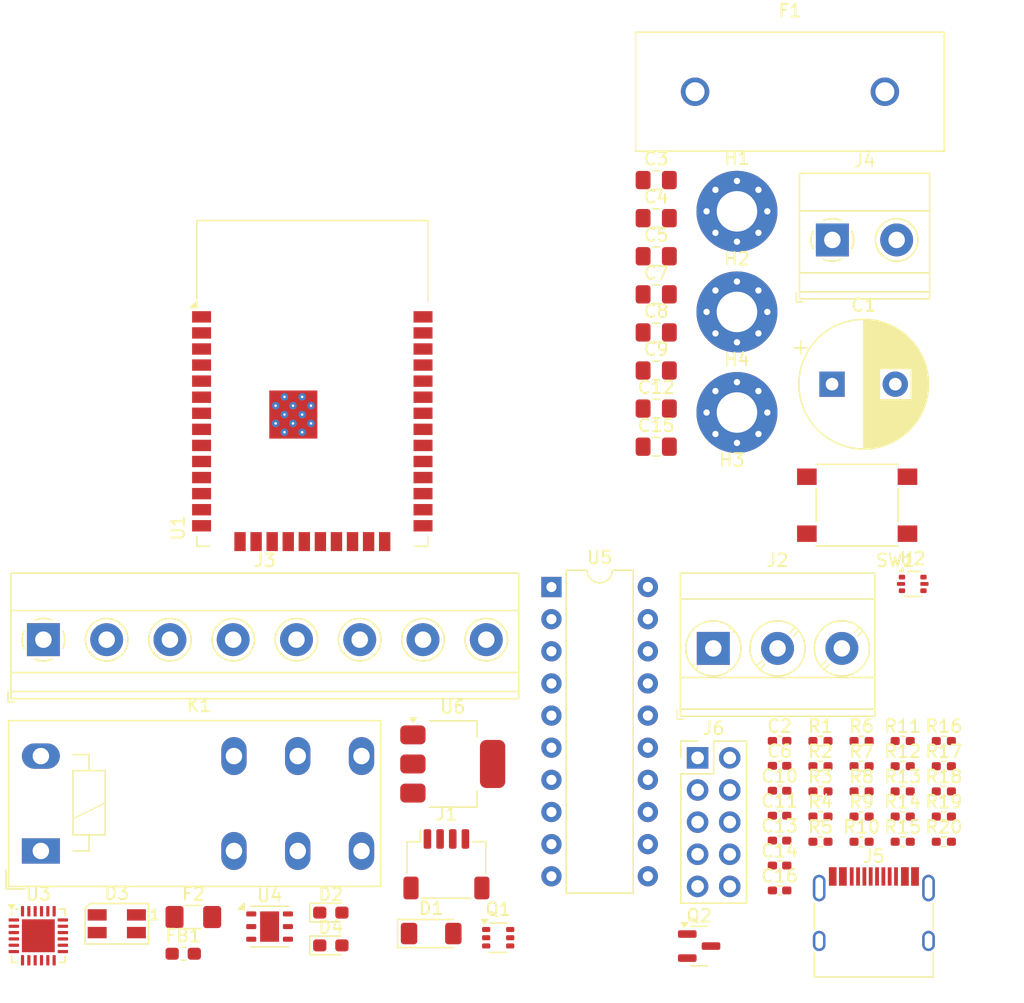
<source format=kicad_pcb>
(kicad_pcb (version 20240108) (generator "pcbnew") (generator_version "8.0")
  (layers (0 "F.Cu" signal) (31 "B.Cu" signal) (34 "B.Paste" user) (35 "F.Paste" user) (36 "B.SilkS" user "B.Silkscreen") (37 "F.SilkS" user "F.Silkscreen") (38 "B.Mask" user) (39 "F.Mask" user) (44 "Edge.Cuts" user))
  (net 0 "")
  (net 1 "Net-(J4-Pin_1)")
  (net 2 "GND")
  (net 3 "+3.3VA")
  (net 4 "Net-(U3-VPP)")
  (net 5 "+3.3V")
  (net 6 "/SW")
  (net 7 "/EN")
  (net 8 "Net-(D1-A)")
  (net 9 "Net-(D2-A)")
  (net 10 "Net-(D3-RK)")
  (net 11 "Net-(D3-GK)")
  (net 12 "Net-(D3-BK)")
  (net 13 "Net-(D4-A)")
  (net 15 "Net-(J3-Pin_1)")
  (net 16 "Net-(F2-Pad1)")
  (net 17 "+5VP")
  (net 18 "/SCL")
  (net 19 "/SDA")
  (net 20 "Net-(J2-Pin_2)")
  (net 21 "Net-(J2-Pin_1)")
  (net 22 "Net-(J2-Pin_3)")
  (net 23 "Net-(J3-Pin_5)")
  (net 24 "Net-(J3-Pin_3)")
  (net 25 "Net-(J3-Pin_4)")
  (net 26 "Net-(J3-Pin_6)")
  (net 27 "Net-(J5-D+-PadA6)")
  (net 28 "Net-(J5-CC1)")
  (net 29 "Net-(J5-D--PadA7)")
  (net 30 "Net-(J5-CC2)")
  (net 33 "/GPIO35")
  (net 34 "/GPIO27")
  (net 35 "/GPIO32")
  (net 36 "/GPIO26")
  (net 37 "/GPIO33")
  (net 38 "/GPIO34")
  (net 39 "/DTR")
  (net 40 "/IO0")
  (net 41 "/RTS")
  (net 42 "Net-(Q2-B)")
  (net 43 "Net-(U3-~{RST})")
  (net 44 "Net-(U3-TXD)")
  (net 45 "/RX")
  (net 46 "/TX")
  (net 47 "Net-(U3-RXD)")
  (net 48 "/LED_R")
  (net 49 "/LED_G")
  (net 50 "/LED_B")
  (net 51 "/RELAY")
  (net 52 "Net-(U5-B0)")
  (net 53 "Net-(U5-B1)")
  (net 54 "Net-(U5-B2)")
  (net 55 "Net-(U5-B3)")
  (net 63 "/LEDSTR4")
  (net 66 "/LEDSTR2")
  (net 68 "/LEDSTR3")
  (net 69 "/LEDSTR1")
  (net 73 "Net-(U3-D+)")
  (net 74 "Net-(U3-D-)")
  (footprint "MountingHole:MountingHole_3.2mm_M3_Pad_Via" (layer "F.Cu") (at 161.86 59.84)
    (property "Reference" "H1" (at 0 -4.2 0) (layer "F.SilkS"))
    (property "Value" "Hole_Pad")
    (pad "1" thru_hole circle (at -2.4 0) (size 0.8 0.8) (drill 0.5) (layers "*.Cu" "*.Mask") (net 2 "GND"))
    (pad "1" thru_hole circle (at -1.697056 -1.697056) (size 0.8 0.8) (drill 0.5) (layers "*.Cu" "*.Mask") (net 2 "GND"))
    (pad "1" thru_hole circle (at -1.697056 1.697056) (size 0.8 0.8) (drill 0.5) (layers "*.Cu" "*.Mask") (net 2 "GND"))
    (pad "1" thru_hole circle (at 0 -2.4) (size 0.8 0.8) (drill 0.5) (layers "*.Cu" "*.Mask") (net 2 "GND"))
    (pad "1" thru_hole circle (at 0 0) (size 6.4 6.4) (drill 3.2) (layers "*.Cu" "*.Mask") (net 2 "GND"))
    (pad "1" thru_hole circle (at 0 2.4) (size 0.8 0.8) (drill 0.5) (layers "*.Cu" "*.Mask") (net 2 "GND"))
    (pad "1" thru_hole circle (at 1.697056 -1.697056) (size 0.8 0.8) (drill 0.5) (layers "*.Cu" "*.Mask") (net 2 "GND"))
    (pad "1" thru_hole circle (at 1.697056 1.697056) (size 0.8 0.8) (drill 0.5) (layers "*.Cu" "*.Mask") (net 2 "GND"))
    (pad "1" thru_hole circle (at 2.4 0) (size 0.8 0.8) (drill 0.5) (layers "*.Cu" "*.Mask") (net 2 "GND"))
  )
  (footprint "Resistor_SMD:R_0402_1005Metric_Pad0.72x0.64mm_HandSolder" (layer "F.Cu") (at 174.96 105.68)
    (property "Reference" "R13" (at 0 -1.17 0) (layer "F.SilkS"))
    (property "Value" "4K7")
    (pad "1" smd roundrect (at -0.5975 0) (size 0.715 0.64) (layers "F.Cu" "F.Paste" "F.Mask") (net 5 "+3.3V"))
    (pad "2" smd roundrect (at 0.5975 0) (size 0.715 0.64) (layers "F.Cu" "F.Paste" "F.Mask") (net 18 "/SCL"))
  )
  (footprint "Resistor_SMD:R_0402_1005Metric_Pad0.72x0.64mm_HandSolder" (layer "F.Cu") (at 178.21 103.69)
    (property "Reference" "R17" (at 0 -1.17 0) (layer "F.SilkS"))
    (property "Value" "22R")
    (pad "1" smd roundrect (at -0.5975 0) (size 0.715 0.64) (layers "F.Cu" "F.Paste" "F.Mask") (net 52 "Net-(U5-B0)"))
    (pad "2" smd roundrect (at 0.5975 0) (size 0.715 0.64) (layers "F.Cu" "F.Paste" "F.Mask") (net 24 "Net-(J3-Pin_3)"))
  )
  (footprint "Fuse:Fuse_1206_3216Metric_Pad1.42x1.75mm_HandSolder" (layer "F.Cu") (at 118.9 115.61)
    (property "Reference" "F2" (at 0 -1.82 0) (layer "F.SilkS"))
    (property "Value" "Polyfuse 1A")
    (pad "1" smd roundrect (at -1.4875 0) (size 1.425 1.75) (layers "F.Cu" "F.Paste" "F.Mask") (roundrect_rratio 0.175439) (net 16 "Net-(F2-Pad1)"))
    (pad "2" smd roundrect (at 1.4875 0) (size 1.425 1.75) (layers "F.Cu" "F.Paste" "F.Mask") (roundrect_rratio 0.175439) (net 3 "+3.3VA"))
  )
  (footprint "Resistor_SMD:R_0402_1005Metric_Pad0.72x0.64mm_HandSolder" (layer "F.Cu") (at 168.46 103.69)
    (property "Reference" "R2" (at 0 -1.17 0) (layer "F.SilkS"))
    (property "Value" "5K1")
    (pad "1" smd roundrect (at -0.5975 0) (size 0.715 0.64) (layers "F.Cu" "F.Paste" "F.Mask") (net 28 "Net-(J5-CC1)"))
    (pad "2" smd roundrect (at 0.5975 0) (size 0.715 0.64) (layers "F.Cu" "F.Paste" "F.Mask") (net 2 "GND"))
  )
  (footprint "Capacitor_SMD:C_0402_1005Metric_Pad0.74x0.62mm_HandSolder" (layer "F.Cu") (at 165.23 113.51)
    (property "Reference" "C16" (at 0 -1.16 0) (layer "F.SilkS"))
    (property "Value" "100n")
    (pad "1" smd roundrect (at -0.5675 0) (size 0.735 0.62) (layers "F.Cu" "F.Paste" "F.Mask") (net 5 "+3.3V"))
    (pad "2" smd roundrect (at 0.5675 0) (size 0.735 0.62) (layers "F.Cu" "F.Paste" "F.Mask") (net 2 "GND"))
  )
  (footprint "Resistor_SMD:R_0402_1005Metric_Pad0.72x0.64mm_HandSolder" (layer "F.Cu") (at 178.21 101.7)
    (property "Reference" "R16" (at 0 -1.17 0) (layer "F.SilkS"))
    (property "Value" "1K")
    (pad "1" smd roundrect (at -0.5975 0) (size 0.715 0.64) (layers "F.Cu" "F.Paste" "F.Mask") (net 3 "+3.3VA"))
    (pad "2" smd roundrect (at 0.5975 0) (size 0.715 0.64) (layers "F.Cu" "F.Paste" "F.Mask") (net 9 "Net-(D2-A)"))
  )
  (footprint "Capacitor_SMD:C_0805_2012Metric_Pad1.18x1.45mm_HandSolder" (layer "F.Cu") (at 155.48 72.42)
    (property "Reference" "C9" (at 0 -1.68 0) (layer "F.SilkS"))
    (property "Value" "22u")
    (pad "1" smd roundrect (at -1.0375 0) (size 1.175 1.45) (layers "F.Cu" "F.Paste" "F.Mask") (roundrect_rratio 0.212766) (net 5 "+3.3V"))
    (pad "2" smd roundrect (at 1.0375 0) (size 1.175 1.45) (layers "F.Cu" "F.Paste" "F.Mask") (roundrect_rratio 0.212766) (net 2 "GND"))
  )
  (footprint "Resistor_SMD:R_0402_1005Metric_Pad0.72x0.64mm_HandSolder" (layer "F.Cu") (at 171.71 105.68)
    (property "Reference" "R8" (at 0 -1.17 0) (layer "F.SilkS"))
    (property "Value" "1K")
    (pad "1" smd roundrect (at -0.5975 0) (size 0.715 0.64) (layers "F.Cu" "F.Paste" "F.Mask") (net 48 "/LED_R"))
    (pad "2" smd roundrect (at 0.5975 0) (size 0.715 0.64) (layers "F.Cu" "F.Paste" "F.Mask") (net 10 "Net-(D3-RK)"))
  )
  (footprint "Diode_SMD:D_MiniMELF" (layer "F.Cu") (at 137.695 116.915)
    (property "Reference" "D1" (at 0 -2 0) (layer "F.SilkS"))
    (property "Value" "LL4148")
    (pad "1" smd roundrect (at -1.75 0) (size 1.3 1.7) (layers "F.Cu" "F.Paste" "F.Mask") (roundrect_rratio 0.1923076923) (net 3 "+3.3VA"))
    (pad "2" smd roundrect (at 1.75 0) (size 1.3 1.7) (layers "F.Cu" "F.Paste" "F.Mask") (roundrect_rratio 0.1923076923) (net 8 "Net-(D1-A)"))
  )
  (footprint "LED_SMD:LED_0603_1608Metric_Pad1.05x0.95mm_HandSolder" (layer "F.Cu") (at 129.765 117.85)
    (property "Reference" "D4" (at 0 -1.43 0) (layer "F.SilkS"))
    (property "Value" "GREEN")
    (pad "1" smd roundrect (at -0.875 0) (size 1.05 0.95) (layers "F.Cu" "F.Paste" "F.Mask"))
    (pad "2" smd roundrect (at 0.875 0) (size 1.05 0.95) (layers "F.Cu" "F.Paste" "F.Mask") (net 13 "Net-(D4-A)"))
  )
  (footprint "iot-thing_Library_11:FUSE_696105003002" (layer "F.Cu") (at 166.05 50.39)
    (property "Reference" "F1" (at 0 -6.4 0) (layer "F.SilkS") (effects (font (size 1.004717 1.004717))))
    (property "Value" "Fuse")
    (pad "" np_thru_hole circle (at 0 0) (size 2.6 2.6) (drill 2.6) (layers "*.Cu" "*.Mask"))
    (pad "1" thru_hole circle (at -7.5 0) (size 2.25 2.25) (drill 1.5) (layers "*.Cu" "*.Mask") (net 1 "Net-(J4-Pin_1)"))
    (pad "2" thru_hole circle (at 7.5 0) (size 2.25 2.25) (drill 1.5) (layers "*.Cu" "*.Mask") (net 15 "Net-(J3-Pin_1)"))
  )
  (footprint "Resistor_SMD:R_0402_1005Metric_Pad0.72x0.64mm_HandSolder" (layer "F.Cu") (at 178.21 105.68)
    (property "Reference" "R18" (at 0 -1.17 0) (layer "F.SilkS"))
    (property "Value" "22R")
    (pad "1" smd roundrect (at -0.5975 0) (size 0.715 0.64) (layers "F.Cu" "F.Paste" "F.Mask") (net 53 "Net-(U5-B1)"))
    (pad "2" smd roundrect (at 0.5975 0) (size 0.715 0.64) (layers "F.Cu" "F.Paste" "F.Mask") (net 25 "Net-(J3-Pin_4)"))
  )
  (footprint "Capacitor_SMD:C_0805_2012Metric_Pad1.18x1.45mm_HandSolder" (layer "F.Cu") (at 155.48 78.44)
    (property "Reference" "C15" (at 0 -1.68 0) (layer "F.SilkS"))
    (property "Value" "22u")
    (pad "1" smd roundrect (at -1.0375 0) (size 1.175 1.45) (layers "F.Cu" "F.Paste" "F.Mask") (roundrect_rratio 0.212766) (net 5 "+3.3V"))
    (pad "2" smd roundrect (at 1.0375 0) (size 1.175 1.45) (layers "F.Cu" "F.Paste" "F.Mask") (roundrect_rratio 0.212766) (net 2 "GND"))
  )
  (footprint "Capacitor_SMD:C_0402_1005Metric_Pad0.74x0.62mm_HandSolder" (layer "F.Cu") (at 165.23 105.63)
    (property "Reference" "C10" (at 0 -1.16 0) (layer "F.SilkS"))
    (property "Value" "100n")
    (pad "1" smd roundrect (at -0.5675 0) (size 0.735 0.62) (layers "F.Cu" "F.Paste" "F.Mask") (net 6 "/SW"))
    (pad "2" smd roundrect (at 0.5675 0) (size 0.735 0.62) (layers "F.Cu" "F.Paste" "F.Mask") (net 2 "GND"))
  )
  (footprint "Resistor_SMD:R_0402_1005Metric_Pad0.72x0.64mm_HandSolder" (layer "F.Cu") (at 174.96 107.67)
    (property "Reference" "R14" (at 0 -1.17 0) (layer "F.SilkS"))
    (property "Value" "10K")
    (pad "1" smd roundrect (at -0.5975 0) (size 0.715 0.64) (layers "F.Cu" "F.Paste" "F.Mask") (net 42 "Net-(Q2-B)"))
    (pad "2" smd roundrect (at 0.5975 0) (size 0.715 0.64) (layers "F.Cu" "F.Paste" "F.Mask") (net 2 "GND"))
  )
  (footprint "Resistor_SMD:R_0402_1005Metric_Pad0.72x0.64mm_HandSolder" (layer "F.Cu") (at 171.71 109.66)
    (property "Reference" "R10" (at 0 -1.17 0) (layer "F.SilkS"))
    (property "Value" "1K")
    (pad "1" smd roundrect (at -0.5975 0) (size 0.715 0.64) (layers "F.Cu" "F.Paste" "F.Mask") (net 50 "/LED_B"))
    (pad "2" smd roundrect (at 0.5975 0) (size 0.715 0.64) (layers "F.Cu" "F.Paste" "F.Mask") (net 12 "Net-(D3-BK)"))
  )
  (footprint "TerminalBlock_Phoenix:TerminalBlock_Phoenix_MKDS-1,5-2-5.08_1x02_P5.08mm_Horizontal" (layer "F.Cu") (at 169.4 62.1)
    (property "Reference" "J4" (at 2.54 -6.26 0) (layer "F.SilkS"))
    (property "Value" "Screw_Terminal_01x02")
    (pad "1" thru_hole rect (at 0 0) (size 2.6 2.6) (drill 1.3) (layers "*.Cu" "*.Mask") (net 1 "Net-(J4-Pin_1)"))
    (pad "2" thru_hole circle (at 5.08 0) (size 2.6 2.6) (drill 1.3) (layers "*.Cu" "*.Mask") (net 2 "GND"))
  )
  (footprint "Capacitor_SMD:C_0402_1005Metric_Pad0.74x0.62mm_HandSolder" (layer "F.Cu") (at 165.23 101.69)
    (property "Reference" "C2" (at 0 -1.16 0) (layer "F.SilkS"))
    (property "Value" "100n")
    (pad "1" smd roundrect (at -0.5675 0) (size 0.735 0.62) (layers "F.Cu" "F.Paste" "F.Mask") (net 3 "+3.3VA"))
    (pad "2" smd roundrect (at 0.5675 0) (size 0.735 0.62) (layers "F.Cu" "F.Paste" "F.Mask") (net 2 "GND"))
  )
  (footprint "Resistor_SMD:R_0402_1005Metric_Pad0.72x0.64mm_HandSolder" (layer "F.Cu") (at 178.21 107.67)
    (property "Reference" "R19" (at 0 -1.17 0) (layer "F.SilkS"))
    (property "Value" "22R")
    (pad "1" smd roundrect (at -0.5975 0) (size 0.715 0.64) (layers "F.Cu" "F.Paste" "F.Mask") (net 54 "Net-(U5-B2)"))
    (pad "2" smd roundrect (at 0.5975 0) (size 0.715 0.64) (layers "F.Cu" "F.Paste" "F.Mask") (net 23 "Net-(J3-Pin_5)"))
  )
  (footprint "Capacitor_SMD:C_0805_2012Metric_Pad1.18x1.45mm_HandSolder" (layer "F.Cu") (at 155.48 66.4)
    (property "Reference" "C7" (at 0 -1.68 0) (layer "F.SilkS"))
    (property "Value" "4.7u")
    (pad "1" smd roundrect (at -1.0375 0) (size 1.175 1.45) (layers "F.Cu" "F.Paste" "F.Mask") (roundrect_rratio 0.212766) (net 4 "Net-(U3-VPP)"))
    (pad "2" smd roundrect (at 1.0375 0) (size 1.175 1.45) (layers "F.Cu" "F.Paste" "F.Mask") (roundrect_rratio 0.212766) (net 2 "GND"))
  )
  (footprint "Package_TO_SOT_SMD:SOT-223-3_TabPin2" (layer "F.Cu") (at 139.4 103.515)
    (property "Reference" "U6" (at 0 -4.5 0) (layer "F.SilkS"))
    (property "Value" "TLV1117LV-3.3")
    (pad "1" smd roundrect (at -3.15 -2.3) (size 2 1.5) (layers "F.Cu" "F.Paste" "F.Mask") (net 2 "GND"))
    (pad "2" smd roundrect (at -3.15 0) (size 2 1.5) (layers "F.Cu" "F.Paste" "F.Mask") (net 5 "+3.3V"))
    (pad "2" smd roundrect (at 3.15 0) (size 2 3.8) (layers "F.Cu" "F.Paste" "F.Mask") (net 5 "+3.3V"))
    (pad "3" smd roundrect (at -3.15 2.3) (size 2 1.5) (layers "F.Cu" "F.Paste" "F.Mask") (net 3 "+3.3VA"))
  )
  (footprint "Resistor_SMD:R_0402_1005Metric_Pad0.72x0.64mm_HandSolder" (layer "F.Cu") (at 171.71 107.67)
    (property "Reference" "R9" (at 0 -1.17 0) (layer "F.SilkS"))
    (property "Value" "1K")
    (pad "1" smd roundrect (at -0.5975 0) (size 0.715 0.64) (layers "F.Cu" "F.Paste" "F.Mask") (net 49 "/LED_G"))
    (pad "2" smd roundrect (at 0.5975 0) (size 0.715 0.64) (layers "F.Cu" "F.Paste" "F.Mask") (net 11 "Net-(D3-GK)"))
  )
  (footprint "Resistor_SMD:R_0402_1005Metric_Pad0.72x0.64mm_HandSolder" (layer "F.Cu") (at 174.96 101.7)
    (property "Reference" "R11" (at 0 -1.17 0) (layer "F.SilkS"))
    (property "Value" "10K")
    (pad "1" smd roundrect (at -0.5975 0) (size 0.715 0.64) (layers "F.Cu" "F.Paste" "F.Mask") (net 5 "+3.3V"))
    (pad "2" smd roundrect (at 0.5975 0) (size 0.715 0.64) (layers "F.Cu" "F.Paste" "F.Mask") (net 7 "/EN"))
  )
  (footprint "MountingHole:MountingHole_3.2mm_M3_DIN965" (layer "F.Cu") (at 161.46 83.29)
    (property "Reference" "H3" (at 0 -3.8 0) (layer "F.SilkS"))
    (property "Value" "Hole_Pad")
    (pad "" np_thru_hole circle (at 0 0) (size 3.2 3.2) (drill 3.2) (layers "*.Cu" "*.Mask"))
  )
  (footprint "Connector_PinHeader_2.54mm:PinHeader_2x05_P2.54mm_Vertical" (layer "F.Cu") (at 158.75 103.03)
    (property "Reference" "J6" (at 1.27 -2.33 0) (layer "F.SilkS"))
    (property "Value" "Conn_02x05_Odd_Even")
    (pad "1" thru_hole rect (at 0 0) (size 1.7 1.7) (drill 1) (layers "*.Cu" "*.Mask") (net 5 "+3.3V"))
    (pad "2" thru_hole oval (at 2.54 0) (size 1.7 1.7) (drill 1) (layers "*.Cu" "*.Mask") (net 5 "+3.3V"))
    (pad "3" thru_hole oval (at 0 2.54) (size 1.7 1.7) (drill 1) (layers "*.Cu" "*.Mask") (net 36 "/GPIO26"))
    (pad "4" thru_hole oval (at 2.54 2.54) (size 1.7 1.7) (drill 1) (layers "*.Cu" "*.Mask") (net 37 "/GPIO33"))
    (pad "5" thru_hole oval (at 0 5.08) (size 1.7 1.7) (drill 1) (layers "*.Cu" "*.Mask") (net 34 "/GPIO27"))
    (pad "6" thru_hole oval (at 2.54 5.08) (size 1.7 1.7) (drill 1) (layers "*.Cu" "*.Mask") (net 38 "/GPIO34"))
    (pad "7" thru_hole oval (at 0 7.62) (size 1.7 1.7) (drill 1) (layers "*.Cu" "*.Mask") (net 35 "/GPIO32"))
    (pad "8" thru_hole oval (at 2.54 7.62) (size 1.7 1.7) (drill 1) (layers "*.Cu" "*.Mask") (net 33 "/GPIO35"))
    (pad "9" thru_hole oval (at 0 10.16) (size 1.7 1.7) (drill 1) (layers "*.Cu" "*.Mask") (net 2 "GND"))
    (pad "10" thru_hole oval (at 2.54 10.16) (size 1.7 1.7) (drill 1) (layers "*.Cu" "*.Mask") (net 2 "GND"))
  )
  (footprint "Resistor_SMD:R_0402_1005Metric_Pad0.72x0.64mm_HandSolder" (layer "F.Cu") (at 174.96 103.69)
    (property "Reference" "R12" (at 0 -1.17 0) (layer "F.SilkS"))
    (property "Value" "4K7")
    (pad "1" smd roundrect (at -0.5975 0) (size 0.715 0.64) (layers "F.Cu" "F.Paste" "F.Mask") (net 5 "+3.3V"))
    (pad "2" smd roundrect (at 0.5975 0) (size 0.715 0.64) (layers "F.Cu" "F.Paste" "F.Mask") (net 19 "/SDA"))
  )
  (footprint "Relay_THT:Relay_SPDT_Schrack-RT1-16A-FormC_RM5mm" (layer "F.Cu") (at 106.85 110.39)
    (property "Reference" "K1" (at 12.5 -11.5 0) (layer "F.SilkS"))
    (property "Value" "RT314A05")
    (pad "11" thru_hole oval (at 20.3 -7.5 180) (size 2 3) (drill 1.3) (layers "*.Cu" "*.Mask") (net 20 "Net-(J2-Pin_2)"))
    (pad "11" thru_hole oval (at 20.3 0 180) (size 2 3) (drill 1.3) (layers "*.Cu" "*.Mask") (net 20 "Net-(J2-Pin_2)"))
    (pad "12" thru_hole oval (at 15.26 -7.5 180) (size 2 3) (drill 1.3) (layers "*.Cu" "*.Mask") (net 21 "Net-(J2-Pin_1)"))
    (pad "12" thru_hole oval (at 15.26 0 180) (size 2 3) (drill 1.3) (layers "*.Cu" "*.Mask") (net 21 "Net-(J2-Pin_1)"))
    (pad "14" thru_hole oval (at 25.34 -7.5 180) (size 2 3) (drill 1.3) (layers "*.Cu" "*.Mask") (net 22 "Net-(J2-Pin_3)"))
    (pad "14" thru_hole oval (at 25.34 0 180) (size 2 3) (drill 1.3) (layers "*.Cu" "*.Mask") (net 22 "Net-(J2-Pin_3)"))
    (pad "A1" thru_hole rect (at 0 0 180) (size 3 2) (drill 1.3) (layers "*.Cu" "*.Mask") (net 3 "+3.3VA"))
    (pad "A2" thru_hole oval (at 0 -7.5 180) (size 3 2) (drill 1.3) (layers "*.Cu" "*.Mask") (net 8 "Net-(D1-A)"))
  )
  (footprint "iot-thing_Library_11:SW_Push_1P1T_NO_6x6mm_H9.5mm" (layer "F.Cu") (at 171.36 83.065)
    (property "Reference" "SW1" (at 3.006 4.364 180) (layer "F.SilkS"))
    (property "Value" "SW_SPST")
    (pad "1" smd rect (at -3.975 -2.25) (size 1.55 1.3) (layers "F.Cu" "F.Paste" "F.Mask") (net 2 "GND"))
    (pad "1" smd rect (at 3.975 -2.25) (size 1.55 1.3) (layers "F.Cu" "F.Paste" "F.Mask") (net 2 "GND"))
    (pad "2" smd rect (at -3.975 2.25) (size 1.55 1.3) (layers "F.Cu" "F.Paste" "F.Mask") (net 6 "/SW"))
    (pad "2" smd rect (at 3.975 2.25) (size 1.55 1.3) (layers "F.Cu" "F.Paste" "F.Mask") (net 6 "/SW"))
  )
  (footprint "Capacitor_SMD:C_0805_2012Metric_Pad1.18x1.45mm_HandSolder" (layer "F.Cu") (at 155.48 75.43)
    (property "Reference" "C12" (at 0 -1.68 0) (layer "F.SilkS"))
    (property "Value" "22u")
    (pad "1" smd roundrect (at -1.0375 0) (size 1.175 1.45) (layers "F.Cu" "F.Paste" "F.Mask") (roundrect_rratio 0.212766) (net 5 "+3.3V"))
    (pad "2" smd roundrect (at 1.0375 0) (size 1.175 1.45) (layers "F.Cu" "F.Paste" "F.Mask") (roundrect_rratio 0.212766) (net 2 "GND"))
  )
  (footprint "Capacitor_SMD:C_0402_1005Metric_Pad0.74x0.62mm_HandSolder" (layer "F.Cu") (at 165.23 111.54)
    (property "Reference" "C14" (at 0 -1.16 0) (layer "F.SilkS"))
    (property "Value" "100n")
    (pad "1" smd roundrect (at -0.5675 0) (size 0.735 0.62) (layers "F.Cu" "F.Paste" "F.Mask") (net 3 "+3.3VA"))
    (pad "2" smd roundrect (at 0.5675 0) (size 0.735 0.62) (layers "F.Cu" "F.Paste" "F.Mask") (net 2 "GND"))
  )
  (footprint "Inductor_SMD:L_0603_1608Metric_Pad1.05x0.95mm_HandSolder" (layer "F.Cu") (at 118.1 118.51)
    (property "Reference" "FB1" (at 0 -1.43 0) (layer "F.SilkS"))
    (property "Value" "BLM21PG221")
    (pad "1" smd roundrect (at -0.875 0) (size 1.05 0.95) (layers "F.Cu" "F.Paste" "F.Mask") (net 17 "+5VP"))
    (pad "2" smd roundrect (at 0.875 0) (size 1.05 0.95) (layers "F.Cu" "F.Paste" "F.Mask") (net 16 "Net-(F2-Pad1)"))
  )
  (footprint "TerminalBlock_Phoenix:TerminalBlock_Phoenix_MKDS-1,5-8_1x08_P5.00mm_Horizontal" (layer "F.Cu") (at 107.05 93.69)
    (property "Reference" "J3" (at 17.5 -6.26 0) (layer "F.SilkS"))
    (property "Value" "Screw_Terminal_01x08")
    (pad "1" thru_hole rect (at 0 0) (size 2.6 2.6) (drill 1.3) (layers "*.Cu" "*.Mask") (net 15 "Net-(J3-Pin_1)"))
    (pad "2" thru_hole circle (at 5 0) (size 2.6 2.6) (drill 1.3) (layers "*.Cu" "*.Mask") (net 15 "Net-(J3-Pin_1)"))
    (pad "3" thru_hole circle (at 10 0) (size 2.6 2.6) (drill 1.3) (layers "*.Cu" "*.Mask") (net 24 "Net-(J3-Pin_3)"))
    (pad "4" thru_hole circle (at 15 0) (size 2.6 2.6) (drill 1.3) (layers "*.Cu" "*.Mask") (net 25 "Net-(J3-Pin_4)"))
    (pad "5" thru_hole circle (at 20 0) (size 2.6 2.6) (drill 1.3) (layers "*.Cu" "*.Mask") (net 23 "Net-(J3-Pin_5)"))
    (pad "6" thru_hole circle (at 25 0) (size 2.6 2.6) (drill 1.3) (layers "*.Cu" "*.Mask") (net 26 "Net-(J3-Pin_6)"))
    (pad "7" thru_hole circle (at 30 0) (size 2.6 2.6) (drill 1.3) (layers "*.Cu" "*.Mask") (net 2 "GND"))
    (pad "8" thru_hole circle (at 35 0) (size 2.6 2.6) (drill 1.3) (layers "*.Cu" "*.Mask") (net 2 "GND"))
  )
  (footprint "Resistor_SMD:R_0402_1005Metric_Pad0.72x0.64mm_HandSolder" (layer "F.Cu") (at 168.46 107.67)
    (property "Reference" "R4" (at 0 -1.17 0) (layer "F.SilkS"))
    (property "Value" "22R")
    (pad "1" smd roundrect (at -0.5975 0) (size 0.715 0.64) (layers "F.Cu" "F.Paste" "F.Mask") (net 44 "Net-(U3-TXD)"))
    (pad "2" smd roundrect (at 0.5975 0) (size 0.715 0.64) (layers "F.Cu" "F.Paste" "F.Mask") (net 45 "/RX"))
  )
  (footprint "Package_DFN_QFN:DFN-6-1EP_3x3mm_P1mm_EP1.5x2.4mm" (layer "F.Cu") (at 124.925 116.365)
    (property "Reference" "U4" (at 0 -2.45 0) (layer "F.SilkS"))
    (property "Value" "Si7021-A20")
    (pad "1" smd roundrect (at -1.45 -1) (size 0.8 0.4) (layers "F.Cu" "F.Paste" "F.Mask") (net 19 "/SDA"))
    (pad "2" smd roundrect (at -1.45 0) (size 0.8 0.4) (layers "F.Cu" "F.Paste" "F.Mask") (net 2 "GND"))
    (pad "3" smd roundrect (at -1.45 1) (size 0.8 0.4) (layers "F.Cu" "F.Paste" "F.Mask"))
    (pad "4" smd roundrect (at 1.45 1) (size 0.8 0.4) (layers "F.Cu" "F.Paste" "F.Mask"))
    (pad "5" smd roundrect (at 1.45 0) (size 0.8 0.4) (layers "F.Cu" "F.Paste" "F.Mask") (net 5 "+3.3V"))
    (pad "6" smd roundrect (at 1.45 -1) (size 0.8 0.4) (layers "F.Cu" "F.Paste" "F.Mask") (net 18 "/SCL"))
    (pad "7" smd rect (at 0 0) (size 1.5 2.4) (property pad_prop_heatsink) (layers "F.Cu" "F.Mask") (net 2 "GND"))
  )
  (footprint "Capacitor_SMD:C_0402_1005Metric_Pad0.74x0.62mm_HandSolder" (layer "F.Cu") (at 165.23 103.66)
    (property "Reference" "C6" (at 0 -1.16 0) (layer "F.SilkS"))
    (property "Value" "100n")
    (pad "1" smd roundrect (at -0.5675 0) (size 0.735 0.62) (layers "F.Cu" "F.Paste" "F.Mask") (net 3 "+3.3VA"))
    (pad "2" smd roundrect (at 0.5675 0) (size 0.735 0.62) (layers "F.Cu" "F.Paste" "F.Mask") (net 2 "GND"))
  )
  (footprint "Capacitor_SMD:C_0402_1005Metric_Pad0.74x0.62mm_HandSolder" (layer "F.Cu") (at 165.23 107.6)
    (property "Reference" "C11" (at 0 -1.16 0) (layer "F.SilkS"))
    (property "Value" "100n")
    (pad "1" smd roundrect (at -0.5675 0) (size 0.735 0.62) (layers "F.Cu" "F.Paste" "F.Mask") (net 7 "/EN"))
    (pad "2" smd roundrect (at 0.5675 0) (size 0.735 0.62) (layers "F.Cu" "F.Paste" "F.Mask") (net 2 "GND"))
  )
  (footprint "Package_TO_SOT_SMD:SOT-23" (layer "F.Cu") (at 158.87 117.905)
    (property "Reference" "Q2" (at 0 -2.4 0) (layer "F.SilkS"))
    (property "Value" "BC817")
    (pad "1" smd roundrect (at -0.9375 -0.95) (size 1.475 0.6) (layers "F.Cu" "F.Paste" "F.Mask") (net 42 "Net-(Q2-B)"))
    (pad "2" smd roundrect (at -0.9375 0.95) (size 1.475 0.6) (layers "F.Cu" "F.Paste" "F.Mask") (net 2 "GND"))
    (pad "3" smd roundrect (at 0.9375 0) (size 1.475 0.6) (layers "F.Cu" "F.Paste" "F.Mask") (net 8 "Net-(D1-A)"))
  )
  (footprint "Resistor_SMD:R_0402_1005Metric_Pad0.72x0.64mm_HandSolder" (layer "F.Cu") (at 178.21 109.66)
    (property "Reference" "R20" (at 0 -1.17 0) (layer "F.SilkS"))
    (property "Value" "22R")
    (pad "1" smd roundrect (at -0.5975 0) (size 0.715 0.64) (layers "F.Cu" "F.Paste" "F.Mask") (net 55 "Net-(U5-B3)"))
    (pad "2" smd roundrect (at 0.5975 0) (size 0.715 0.64) (layers "F.Cu" "F.Paste" "F.Mask") (net 26 "Net-(J3-Pin_6)"))
  )
  (footprint "Connector_JST:JST_SH_SM04B-SRSS-TB_1x04-1MP_P1.00mm_Horizontal" (layer "F.Cu") (at 138.9 111.44)
    (property "Reference" "J1" (at 0 -3.98 0) (layer "F.SilkS"))
    (property "Value" "Conn_01x04")
    (pad "1" smd roundrect (at -1.5 -2) (size 0.6 1.55) (layers "F.Cu" "F.Paste" "F.Mask") (net 2 "GND"))
    (pad "2" smd roundrect (at -0.5 -2) (size 0.6 1.55) (layers "F.Cu" "F.Paste" "F.Mask") (net 5 "+3.3V"))
    (pad "3" smd roundrect (at 0.5 -2) (size 0.6 1.55) (layers "F.Cu" "F.Paste" "F.Mask") (net 19 "/SDA"))
    (pad "4" smd roundrect (at 1.5 -2) (size 0.6 1.55) (layers "F.Cu" "F.Paste" "F.Mask") (net 18 "/SCL"))
    (pad "MP" smd roundrect (at -2.8 1.875) (size 1.2 1.8) (layers "F.Cu" "F.Paste" "F.Mask") (roundrect_rratio 0.208333))
    (pad "MP" smd roundrect (at 2.8 1.875) (size 1.2 1.8) (layers "F.Cu" "F.Paste" "F.Mask") (roundrect_rratio 0.208333))
  )
  (footprint "LED_SMD:LED_0603_1608Metric_Pad1.05x0.95mm_HandSolder" (layer "F.Cu") (at 129.765 115.26)
    (property "Reference" "D2" (at 0 -1.43 0) (layer "F.SilkS"))
    (property "Value" "YELLOW")
    (pad "1" smd roundrect (at -0.875 0) (size 1.05 0.95) (layers "F.Cu" "F.Paste" "F.Mask") (net 8 "Net-(D1-A)"))
    (pad "2" smd roundrect (at 0.875 0) (size 1.05 0.95) (layers "F.Cu" "F.Paste" "F.Mask") (net 9 "Net-(D2-A)"))
  )
  (footprint "LED_SMD:LED_RGB_Wuerth-PLCC4_3.2x2.8mm_150141M173100" (layer "F.Cu") (at 112.85 116.14)
    (property "Reference" "D3" (at 0 -2.4 0) (layer "F.SilkS"))
    (property "Value" "LED_RGBA")
    (fp_text user "1" (at 3 -0.7 0) (layer "F.SilkS") (effects (font (size 0.8 0.8))))
    (pad "1" smd rect (at 1.55 -0.7) (size 1.5 0.9) (layers "F.Cu" "F.Paste" "F.Mask") (net 10 "Net-(D3-RK)"))
    (pad "2" smd rect (at 1.55 0.7) (size 1.5 0.9) (layers "F.Cu" "F.Paste" "F.Mask") (net 11 "Net-(D3-GK)"))
    (pad "3" smd rect (at -1.55 -0.7) (size 1.5 0.9) (layers "F.Cu" "F.Paste" "F.Mask") (net 12 "Net-(D3-BK)"))
    (pad "4" smd rect (at -1.55 0.7) (size 1.5 0.9) (layers "F.Cu" "F.Paste" "F.Mask") (net 5 "+3.3V"))
  )
  (footprint "MountingHole:MountingHole_3.2mm_M3_Pad_Via" (layer "F.Cu") (at 161.86 75.74)
    (property "Reference" "H4" (at 0 -4.2 0) (layer "F.SilkS"))
    (property "Value" "Hole_Pad")
    (pad "1" thru_hole circle (at -2.4 0) (size 0.8 0.8) (drill 0.5) (layers "*.Cu" "*.Mask") (net 2 "GND"))
    (pad "1" thru_hole circle (at -1.697056 -1.697056) (size 0.8 0.8) (drill 0.5) (layers "*.Cu" "*.Mask") (net 2 "GND"))
    (pad "1" thru_hole circle (at -1.697056 1.697056) (size 0.8 0.8) (drill 0.5) (layers "*.Cu" "*.Mask") (net 2 "GND"))
    (pad "1" thru_hole circle (at 0 -2.4) (size 0.8 0.8) (drill 0.5) (layers "*.Cu" "*.Mask") (net 2 "GND"))
    (pad "1" thru_hole circle (at 0 0) (size 6.4 6.4) (drill 3.2) (layers "*.Cu" "*.Mask") (net 2 "GND"))
    (pad "1" thru_hole circle (at 0 2.4) (size 0.8 0.8) (drill 0.5) (layers "*.Cu" "*.Mask") (net 2 "GND"))
    (pad "1" thru_hole circle (at 1.697056 -1.697056) (size 0.8 0.8) (drill 0.5) (layers "*.Cu" "*.Mask") (net 2 "GND"))
    (pad "1" thru_hole circle (at 1.697056 1.697056) (size 0.8 0.8) (drill 0.5) (layers "*.Cu" "*.Mask") (net 2 "GND"))
    (pad "1" thru_hole circle (at 2.4 0) (size 0.8 0.8) (drill 0.5) (layers "*.Cu" "*.Mask") (net 2 "GND"))
  )
  (footprint "Resistor_SMD:R_0402_1005Metric_Pad0.72x0.64mm_HandSolder" (layer "F.Cu") (at 168.46 101.7)
    (property "Reference" "R1" (at 0 -1.17 0) (layer "F.SilkS"))
    (property "Value" "5K1")
    (pad "1" smd roundrect (at -0.5975 0) (size 0.715 0.64) (layers "F.Cu" "F.Paste" "F.Mask") (net 30 "Net-(J5-CC2)"))
    (pad "2" smd roundrect (at 0.5975 0) (size 0.715 0.64) (layers "F.Cu" "F.Paste" "F.Mask") (net 2 "GND"))
  )
  (footprint "Capacitor_SMD:C_0805_2012Metric_Pad1.18x1.45mm_HandSolder" (layer "F.Cu") (at 155.48 60.38)
    (property "Reference" "C4" (at 0 -1.68 0) (layer "F.SilkS"))
    (property "Value" "22u")
    (pad "1" smd roundrect (at -1.0375 0) (size 1.175 1.45) (layers "F.Cu" "F.Paste" "F.Mask") (roundrect_rratio 0.212766) (net 3 "+3.3VA"))
    (pad "2" smd roundrect (at 1.0375 0) (size 1.175 1.45) (layers "F.Cu" "F.Paste" "F.Mask") (roundrect_rratio 0.212766) (net 2 "GND"))
  )
  (footprint "Capacitor_SMD:C_0805_2012Metric_Pad1.18x1.45mm_HandSolder" (layer "F.Cu") (at 155.48 63.39)
    (property "Reference" "C5" (at 0 -1.68 0) (layer "F.SilkS"))
    (property "Value" "22u")
    (pad "1" smd roundrect (at -1.0375 0) (size 1.175 1.45) (layers "F.Cu" "F.Paste" "F.Mask") (roundrect_rratio 0.212766) (net 3 "+3.3VA"))
    (pad "2" smd roundrect (at 1.0375 0) (size 1.175 1.45) (layers "F.Cu" "F.Paste" "F.Mask") (roundrect_rratio 0.212766) (net 2 "GND"))
  )
  (footprint "Connector_USB:USB_C_Receptacle_HRO_TYPE-C-31-M-12" (layer "F.Cu") (at 172.68 116.45)
    (property "Reference" "J5" (at 0 -5.645 0) (layer "F.SilkS"))
    (property "Value" "USB_C_Receptacle_USB2.0_16P")
    (pad "" np_thru_hole circle (at -2.89 -2.6) (size 0.65 0.65) (drill 0.65) (layers "*.Cu" "*.Mask"))
    (pad "" np_thru_hole circle (at 2.89 -2.6) (size 0.65 0.65) (drill 0.65) (layers "*.Cu" "*.Mask"))
    (pad "A1" smd rect (at -3.25 -4.045) (size 0.6 1.45) (layers "F.Cu" "F.Paste" "F.Mask") (net 2 "GND"))
    (pad "A4" smd rect (at -2.45 -4.045) (size 0.6 1.45) (layers "F.Cu" "F.Paste" "F.Mask") (net 17 "+5VP"))
    (pad "A5" smd rect (at -1.25 -4.045) (size 0.3 1.45) (layers "F.Cu" "F.Paste" "F.Mask") (net 28 "Net-(J5-CC1)"))
    (pad "A6" smd rect (at -0.25 -4.045) (size 0.3 1.45) (layers "F.Cu" "F.Paste" "F.Mask") (net 27 "Net-(J5-D+-PadA6)"))
    (pad "A7" smd rect (at 0.25 -4.045) (size 0.3 1.45) (layers "F.Cu" "F.Paste" "F.Mask") (net 29 "Net-(J5-D--PadA7)"))
    (pad "A8" smd rect (at 1.25 -4.045) (size 0.3 1.45) (layers "F.Cu" "F.Paste" "F.Mask"))
    (pad "A9" smd rect (at 2.45 -4.045) (size 0.6 1.45) (layers "F.Cu" "F.Paste" "F.Mask") (net 17 "+5VP"))
    (pad "A12" smd rect (at 3.25 -4.045) (size 0.6 1.45) (layers "F.Cu" "F.Paste" "F.Mask") (net 2 "GND"))
    (pad "B1" smd rect (at 3.25 -4.045) (size 0.6 1.45) (layers "F.Cu" "F.Paste" "F.Mask") (net 2 "GND"))
    (pad "B4" smd rect (at 2.45 -4.045) (size 0.6 1.45) (layers "F.Cu" "F.Paste" "F.Mask") (net 17 "+5VP"))
    (pad "B5" smd rect (at 1.75 -4.045) (size 0.3 1.45) (layers "F.Cu" "F.Paste" "F.Mask") (net 30 "Net-(J5-CC2)"))
    (pad "B6" smd rect (at 0.75 -4.045) (size 0.3 1.45) (layers "F.Cu" "F.Paste" "F.Mask") (net 27 "Net-(J5-D+-PadA6)"))
    (pad "B7" smd rect (at -0.75 -4.045) (size 0.3 1.45) (layers "F.Cu" "F.Paste" "F.Mask") (net 29 "Net-(J5-D--PadA7)"))
    (pad "B8" smd rect (at -1.75 -4.045) (size 0.3 1.45) (layers "F.Cu" "F.Paste" "F.Mask"))
    (pad "B9" smd rect (at -2.45 -4.045) (size 0.6 1.45) (layers "F.Cu" "F.Paste" "F.Mask") (net 17 "+5VP"))
    (pad "B12" smd rect (at -3.25 -4.045) (size 0.6 1.45) (layers "F.Cu" "F.Paste" "F.Mask") (net 2 "GND"))
    (pad "S1" thru_hole oval (at -4.32 -3.13) (size 1 2.1) (drill oval 0.6 1.7) (property pad_prop_heatsink) (layers "*.Cu" "*.Mask") (net 2 "GND"))
    (pad "S1" thru_hole oval (at -4.32 1.05) (size 1 1.6) (drill oval 0.6 1.2) (property pad_prop_heatsink) (layers "*.Cu" "*.Mask") (net 2 "GND"))
    (pad "S1" thru_hole oval (at 4.32 -3.13) (size 1 2.1) (drill oval 0.6 1.7) (property pad_prop_heatsink) (layers "*.Cu" "*.Mask") (net 2 "GND"))
    (pad "S1" thru_hole oval (at 4.32 1.05) (size 1 1.6) (drill oval 0.6 1.2) (property pad_prop_heatsink) (layers "*.Cu" "*.Mask") (net 2 "GND"))
  )
  (footprint "Package_TO_SOT_SMD:SOT-363_SC-70-6" (layer "F.Cu") (at 142.99 117.245)
    (property "Reference" "Q1" (at 0 -2.25 0) (layer "F.SilkS"))
    (property "Value" "UMH3N")
    (pad "1" smd roundrect (at -0.95 -0.65) (size 0.65 0.4) (layers "F.Cu" "F.Paste" "F.Mask") (net 39 "/DTR"))
    (pad "2" smd roundrect (at -0.95 0) (size 0.65 0.4) (layers "F.Cu" "F.Paste" "F.Mask") (net 41 "/RTS"))
    (pad "3" smd roundrect (at -0.95 0.65) (size 0.65 0.4) (layers "F.Cu" "F.Paste" "F.Mask") (net 41 "/RTS"))
    (pad "4" smd roundrect (at 0.95 0.65) (size 0.65 0.4) (layers "F.Cu" "F.Paste" "F.Mask") (net 7 "/EN"))
    (pad "5" smd roundrect (at 0.95 0) (size 0.65 0.4) (layers "F.Cu" "F.Paste" "F.Mask") (net 39 "/DTR"))
    (pad "6" smd roundrect (at 0.95 -0.65) (size 0.65 0.4) (layers "F.Cu" "F.Paste" "F.Mask") (net 40 "/IO0"))
  )
  (footprint "Capacitor_SMD:C_0805_2012Metric_Pad1.18x1.45mm_HandSolder" (layer "F.Cu") (at 155.48 57.37)
    (property "Reference" "C3" (at 0 -1.68 0) (layer "F.SilkS"))
    (property "Value" "4.7u")
    (pad "1" smd roundrect (at -1.0375 0) (size 1.175 1.45) (layers "F.Cu" "F.Paste" "F.Mask") (roundrect_rratio 0.212766) (net 3 "+3.3VA"))
    (pad "2" smd roundrect (at 1.0375 0) (size 1.175 1.45) (layers "F.Cu" "F.Paste" "F.Mask") (roundrect_rratio 0.212766) (net 2 "GND"))
  )
  (footprint "Package_DIP:DIP-20_W7.62mm" (layer "F.Cu") (at 147.2 89.53)
    (property "Reference" "U5" (at 3.81 -2.33 0) (layer "F.SilkS"))
    (property "Value" "74AHCT245")
    (pad "1" thru_hole rect (at 0 0) (size 1.6 1.6) (drill 0.8) (layers "*.Cu" "*.Mask") (net 3 "+3.3VA"))
    (pad "2" thru_hole oval (at 0 2.54) (size 1.6 1.6) (drill 0.8) (layers "*.Cu" "*.Mask") (net 69 "/LEDSTR1"))
    (pad "3" thru_hole oval (at 0 5.08) (size 1.6 1.6) (drill 0.8) (layers "*.Cu" "*.Mask") (net 66 "/LEDSTR2"))
    (pad "4" thru_hole oval (at 0 7.62) (size 1.6 1.6) (drill 0.8) (layers "*.Cu" "*.Mask") (net 68 "/LEDSTR3"))
    (pad "5" thru_hole oval (at 0 10.16) (size 1.6 1.6) (drill 0.8) (layers "*.Cu" "*.Mask") (net 63 "/LEDSTR4"))
    (pad "6" thru_hole oval (at 0 12.7) (size 1.6 1.6) (drill 0.8) (layers "*.Cu" "*.Mask") (net 2 "GND"))
    (pad "7" thru_hole oval (at 0 15.24) (size 1.6 1.6) (drill 0.8) (layers "*.Cu" "*.Mask") (net 2 "GND"))
    (pad "8" thru_hole oval (at 0 17.78) (size 1.6 1.6) (drill 0.8) (layers "*.Cu" "*.Mask") (net 2 "GND"))
    (pad "9" thru_hole oval (at 0 20.32) (size 1.6 1.6) (drill 0.8) (layers "*.Cu" "*.Mask") (net 2 "GND"))
    (pad "10" thru_hole oval (at 0 22.86) (size 1.6 1.6) (drill 0.8) (layers "*.Cu" "*.Mask") (net 2 "GND"))
    (pad "11" thru_hole oval (at 7.62 22.86) (size 1.6 1.6) (drill 0.8) (layers "*.Cu" "*.Mask"))
    (pad "12" thru_hole oval (at 7.62 20.32) (size 1.6 1.6) (drill 0.8) (layers "*.Cu" "*.Mask"))
    (pad "13" thru_hole oval (at 7.62 17.78) (size 1.6 1.6) (drill 0.8) (layers "*.Cu" "*.Mask"))
    (pad "14" thru_hole oval (at 7.62 15.24) (size 1.6 1.6) (drill 0.8) (layers "*.Cu" "*.Mask"))
    (pad "15" thru_hole oval (at 7.62 12.7) (size 1.6 1.6) (drill 0.8) (layers "*.Cu" "*.Mask") (net 55 "Net-(U5-B3)"))
    (pad "16" thru_hole oval (at 7.62 10.16) (size 1.6 1.6) (drill 0.8) (layers "*.Cu" "*.Mask") (net 54 "Net-(U5-B2)"))
    (pad "17" thru_hole oval (at 7.62 7.62) (size 1.6 1.6) (drill 0.8) (layers "*.Cu" "*.Mask") (net 53 "Net-(U5-B1)"))
    (pad "18" thru_hole oval (at 7.62 5.08) (size 1.6 1.6) (drill 0.8) (layers "*.Cu" "*.Mask") (net 52 "Net-(U5-B0)"))
    (pad "19" thru_hole oval (at 7.62 2.54) (size 1.6 1.6) (drill 0.8) (layers "*.Cu" "*.Mask") (net 2 "GND"))
    (pad "20" thru_hole oval (at 7.62 0) (size 1.6 1.6) (drill 0.8) (layers "*.Cu" "*.Mask") (net 3 "+3.3VA"))
  )
  (footprint "Capacitor_SMD:C_0805_2012Metric_Pad1.18x1.45mm_HandSolder" (layer "F.Cu") (at 155.48 69.41)
    (property "Reference" "C8" (at 0 -1.68 0) (layer "F.SilkS"))
    (property "Value" "22u")
    (pad "1" smd roundrect (at -1.0375 0) (size 1.175 1.45) (layers "F.Cu" "F.Paste" "F.Mask") (roundrect_rratio 0.212766) (net 3 "+3.3VA"))
    (pad "2" smd roundrect (at 1.0375 0) (size 1.175 1.45) (layers "F.Cu" "F.Paste" "F.Mask") (roundrect_rratio 0.212766) (net 2 "GND"))
  )
  (footprint "Resistor_SMD:R_0402_1005Metric_Pad0.72x0.64mm_HandSolder" (layer "F.Cu") (at 168.46 105.68)
    (property "Reference" "R3" (at 0 -1.17 0) (layer "F.SilkS"))
    (property "Value" "10K")
    (pad "1" smd roundrect (at -0.5975 0) (size 0.715 0.64) (layers "F.Cu" "F.Paste" "F.Mask") (net 3 "+3.3VA"))
    (pad "2" smd roundrect (at 0.5975 0) (size 0.715 0.64) (layers "F.Cu" "F.Paste" "F.Mask") (net 43 "Net-(U3-~{RST})"))
  )
  (footprint "TerminalBlock_Phoenix:TerminalBlock_Phoenix_MKDS-3-3-5.08_1x03_P5.08mm_Horizontal" (layer "F.Cu") (at 159.99 94.38)
    (property "Reference" "J2" (at 5.08 -6.96 0) (layer "F.SilkS"))
    (property "Value" "Screw_Terminal_01x03")
    (pad "1" thru_hole rect (at 0 0) (size 2.6 2.6) (drill 1.3) (layers "*.Cu" "*.Mask") (net 21 "Net-(J2-Pin_1)"))
    (pad "2" thru_hole circle (at 5.08 0) (size 2.6 2.6) (drill 1.3) (layers "*.Cu" "*.Mask") (net 20 "Net-(J2-Pin_2)"))
    (pad "3" thru_hole circle (at 10.16 0) (size 2.6 2.6) (drill 1.3) (layers "*.Cu" "*.Mask") (net 22 "Net-(J2-Pin_3)"))
  )
  (footprint "Package_TO_SOT_SMD:SOT-666" (layer "F.Cu") (at 175.75 89.285)
    (property "Reference" "U2" (at 0 -2 0) (layer "F.SilkS"))
    (property "Value" "USBLC6-2P6")
    (pad "1" smd roundrect (at -0.85 -0.5375) (size 0.5 0.375) (layers "F.Cu" "F.Paste" "F.Mask") (net 27 "Net-(J5-D+-PadA6)"))
    (pad "2" smd roundrect (at -0.925 0) (size 0.65 0.3) (layers "F.Cu" "F.Paste" "F.Mask") (net 2 "GND"))
    (pad "3" smd roundrect (at -0.85 0.5375) (size 0.5 0.375) (layers "F.Cu" "F.Paste" "F.Mask") (net 29 "Net-(J5-D--PadA7)"))
    (pad "4" smd roundrect (at 0.85 0.5375) (size 0.5 0.375) (layers "F.Cu" "F.Paste" "F.Mask") (net 74 "Net-(U3-D-)"))
    (pad "5" smd roundrect (at 0.925 0) (size 0.65 0.3) (layers "F.Cu" "F.Paste" "F.Mask") (net 3 "+3.3VA"))
    (pad "6" smd roundrect (at 0.85 -0.5375) (size 0.5 0.375) (layers "F.Cu" "F.Paste" "F.Mask") (net 73 "Net-(U3-D+)"))
  )
  (footprint "RF_Module:ESP32-WROOM-32D" (layer "F.Cu") (at 128.3 76.43)
    (property "Reference" "U1" (at -10.61 8.43 90) (layer "F.SilkS"))
    (property "Value" "ESP32-WROOM-32D")
    (pad "1" smd rect (at -8.75 -8.25) (size 1.5 0.9) (layers "F.Cu" "F.Paste" "F.Mask") (net 2 "GND"))
    (pad "2" smd rect (at -8.75 -6.98) (size 1.5 0.9) (layers "F.Cu" "F.Paste" "F.Mask") (net 5 "+3.3V"))
    (pad "3" smd rect (at -8.75 -5.71) (size 1.5 0.9) (layers "F.Cu" "F.Paste" "F.Mask") (net 7 "/EN"))
    (pad "4" smd rect (at -8.75 -4.44) (size 1.5 0.9) (layers "F.Cu" "F.Paste" "F.Mask"))
    (pad "5" smd rect (at -8.75 -3.17) (size 1.5 0.9) (layers "F.Cu" "F.Paste" "F.Mask"))
    (pad "6" smd rect (at -8.75 -1.9) (size 1.5 0.9) (layers "F.Cu" "F.Paste" "F.Mask") (net 38 "/GPIO34"))
    (pad "7" smd rect (at -8.75 -0.63) (size 1.5 0.9) (layers "F.Cu" "F.Paste" "F.Mask") (net 33 "/GPIO35"))
    (pad "8" smd rect (at -8.75 0.64) (size 1.5 0.9) (layers "F.Cu" "F.Paste" "F.Mask") (net 35 "/GPIO32"))
    (pad "9" smd rect (at -8.75 1.91) (size 1.5 0.9) (layers "F.Cu" "F.Paste" "F.Mask") (net 37 "/GPIO33"))
    (pad "10" smd rect (at -8.75 3.18) (size 1.5 0.9) (layers "F.Cu" "F.Paste" "F.Mask") (net 51 "/RELAY"))
    (pad "11" smd rect (at -8.75 4.45) (size 1.5 0.9) (layers "F.Cu" "F.Paste" "F.Mask") (net 36 "/GPIO26"))
    (pad "12" smd rect (at -8.75 5.72) (size 1.5 0.9) (layers "F.Cu" "F.Paste" "F.Mask") (net 34 "/GPIO27"))
    (pad "13" smd rect (at -8.75 6.99) (size 1.5 0.9) (layers "F.Cu" "F.Paste" "F.Mask") (net 50 "/LED_B"))
    (pad "14" smd rect (at -8.75 8.26) (size 1.5 0.9) (layers "F.Cu" "F.Paste" "F.Mask"))
    (pad "15" smd rect (at -5.71 9.51 90) (size 1.5 0.9) (layers "F.Cu" "F.Paste" "F.Mask") (net 2 "GND"))
    (pad "16" smd rect (at -4.44 9.51 90) (size 1.5 0.9) (layers "F.Cu" "F.Paste" "F.Mask") (net 48 "/LED_R"))
    (pad "17" smd rect (at -3.17 9.51 90) (size 1.5 0.9) (layers "F.Cu" "F.Paste" "F.Mask"))
    (pad "18" smd rect (at -1.9 9.51 90) (size 1.5 0.9) (layers "F.Cu" "F.Paste" "F.Mask"))
    (pad "19" smd rect (at -0.63 9.51 90) (size 1.5 0.9) (layers "F.Cu" "F.Paste" "F.Mask"))
    (pad "20" smd rect (at 0.64 9.51 90) (size 1.5 0.9) (layers "F.Cu" "F.Paste" "F.Mask"))
    (pad "21" smd rect (at 1.91 9.51 90) (size 1.5 0.9) (layers "F.Cu" "F.Paste" "F.Mask"))
    (pad "22" smd rect (at 3.18 9.51 90) (size 1.5 0.9) (layers "F.Cu" "F.Paste" "F.Mask"))
    (pad "23" smd rect (at 4.45 9.51 90) (size 1.5 0.9) (layers "F.Cu" "F.Paste" "F.Mask") (net 49 "/LED_G"))
    (pad "24" smd rect (at 5.72 9.51 90) (size 1.5 0.9) (layers "F.Cu" "F.Paste" "F.Mask"))
    (pad "25" smd rect (at 8.75 8.26) (size 1.5 0.9) (layers "F.Cu" "F.Paste" "F.Mask") (net 40 "/IO0"))
    (pad "26" smd rect (at 8.75 6.99) (size 1.5 0.9) (layers "F.Cu" "F.Paste" "F.Mask"))
    (pad "27" smd rect (at 8.75 5.72) (size 1.5 0.9) (layers "F.Cu" "F.Paste" "F.Mask") (net 69 "/LEDSTR1"))
    (pad "28" smd rect (at 8.75 4.45) (size 1.5 0.9) (layers "F.Cu" "F.Paste" "F.Mask") (net 66 "/LEDSTR2"))
    (pad "29" smd rect (at 8.75 3.18) (size 1.5 0.9) (layers "F.Cu" "F.Paste" "F.Mask"))
    (pad "30" smd rect (at 8.75 1.91) (size 1.5 0.9) (layers "F.Cu" "F.Paste" "F.Mask") (net 68 "/LEDSTR3"))
    (pad "31" smd rect (at 8.75 0.64) (size 1.5 0.9) (layers "F.Cu" "F.Paste" "F.Mask") (net 63 "/LEDSTR4"))
    (pad "32" smd rect (at 8.75 -0.63) (size 1.5 0.9) (layers "F.Cu" "F.Paste" "F.Mask"))
    (pad "33" smd rect (at 8.75 -1.9) (size 1.5 0.9) (layers "F.Cu" "F.Paste" "F.Mask") (net 6 "/SW"))
    (pad "34" smd rect (at 8.75 -3.17) (size 1.5 0.9) (layers "F.Cu" "F.Paste" "F.Mask") (net 46 "/TX"))
    (pad "35" smd rect (at 8.75 -4.44) (size 1.5 0.9) (layers "F.Cu" "F.Paste" "F.Mask") (net 45 "/RX"))
    (pad "36" smd rect (at 8.75 -5.71) (size 1.5 0.9) (layers "F.Cu" "F.Paste" "F.Mask") (net 19 "/SDA"))
    (pad "37" smd rect (at 8.75 -6.98) (size 1.5 0.9) (layers "F.Cu" "F.Paste" "F.Mask") (net 18 "/SCL"))
    (pad "38" smd rect (at 8.75 -8.25) (size 1.5 0.9) (layers "F.Cu" "F.Paste" "F.Mask") (net 2 "GND"))
    (pad "39" smd rect (at -2.9 -1.93) (size 0.9 0.9) (layers "F.Cu" "F.Paste") (net 2 "GND"))
    (pad "39" thru_hole circle (at -2.9 -1.23) (size 0.6 0.6) (drill 0.2) (property pad_prop_heatsink) (layers "*.Cu" "F.Mask") (net 2 "GND"))
    (pad "39" smd rect (at -2.9 -0.53) (size 0.9 0.9) (layers "F.Cu" "F.Paste") (net 2 "GND"))
    (pad "39" thru_hole circle (at -2.9 0.17) (size 0.6 0.6) (drill 0.2) (property pad_prop_heatsink) (layers "*.Cu" "F.Mask") (net 2 "GND"))
    (pad "39" smd rect (at -2.9 0.87) (size 0.9 0.9) (layers "F.Cu" "F.Paste") (net 2 "GND"))
    (pad "39" thru_hole circle (at -2.2 -1.93) (size 0.6 0.6) (drill 0.2) (property pad_prop_heatsink) (layers "*.Cu" "F.Mask") (net 2 "GND"))
    (pad "39" thru_hole circle (at -2.2 -0.53) (size 0.6 0.6) (drill 0.2) (property pad_prop_heatsink) (layers "*.Cu" "F.Mask") (net 2 "GND"))
    (pad "39" thru_hole circle (at -2.2 0.87) (size 0.6 0.6) (drill 0.2) (property pad_prop_heatsink) (layers "*.Cu" "F.Mask") (net 2 "GND"))
    (pad "39" thru_hole circle (at -1.525 -1.23) (size 0.6 0.6) (drill 0.2) (property pad_prop_heatsink) (layers "*.Cu" "F.Mask") (net 2 "GND"))
    (pad "39" thru_hole circle (at -1.525 0.17) (size 0.6 0.6) (drill 0.2) (property pad_prop_heatsink) (layers "*.Cu" "F.Mask") (net 2 "GND"))
    (pad "39" smd rect (at -1.5 -1.93) (size 0.9 0.9) (layers "F.Cu" "F.Paste") (net 2 "GND"))
    (pad "39" smd rect (at -1.5 -0.53) (size 0.9 0.9) (layers "F.Cu" "F.Paste") (net 2 "GND"))
    (pad "39" smd rect (at -1.5 -0.53) (size 3.8 3.8) (property pad_prop_heatsink) (layers "F.Cu" "F.Mask") (net 2 "GND"))
    (pad "39" smd rect (at -1.5 0.87) (size 0.9 0.9) (layers "F.Cu" "F.Paste") (net 2 "GND"))
    (pad "39" thru_hole circle (at -0.8 -1.93) (size 0.6 0.6) (drill 0.2) (property pad_prop_heatsink) (layers "*.Cu" "F.Mask") (net 2 "GND"))
    (pad "39" thru_hole circle (at -0.8 -0.53) (size 0.6 0.6) (drill 0.2) (property pad_prop_heatsink) (layers "*.Cu" "F.Mask") (net 2 "GND"))
    (pad "39" thru_hole circle (at -0.8 0.87) (size 0.6 0.6) (drill 0.2) (property pad_prop_heatsink) (layers "*.Cu" "F.Mask") (net 2 "GND"))
    (pad "39" smd rect (at -0.1 -1.93) (size 0.9 0.9) (layers "F.Cu" "F.Paste") (net 2 "GND"))
    (pad "39" thru_hole circle (at -0.1 -1.23) (size 0.6 0.6) (drill 0.2) (property pad_prop_heatsink) (layers "*.Cu" "F.Mask") (net 2 "GND"))
    (pad "39" smd rect (at -0.1 -0.53) (size 0.9 0.9) (layers "F.Cu" "F.Paste") (net 2 "GND"))
    (pad "39" thru_hole circle (at -0.1 0.17) (size 0.6 0.6) (drill 0.2) (property pad_prop_heatsink) (layers "*.Cu" "F.Mask") (net 2 "GND"))
    (pad "39" smd rect (at -0.1 0.87) (size 0.9 0.9) (layers "F.Cu" "F.Paste") (net 2 "GND"))
  )
  (footprint "Capacitor_THT:CP_Radial_D10.0mm_P5.00mm" (layer "F.Cu") (at 169.374646 73.5)
    (property "Reference" "C1" (at 2.5 -6.25 0) (layer "F.SilkS"))
    (property "Value" "1000u/25V")
    (pad "1" thru_hole rect (at 0 0) (size 2 2) (drill 1) (layers "*.Cu" "*.Mask") (net 1 "Net-(J4-Pin_1)"))
    (pad "2" thru_hole circle (at 5 0) (size 2 2) (drill 1) (layers "*.Cu" "*.Mask") (net 2 "GND"))
  )
  (footprint "Package_DFN_QFN:QFN-24-1EP_4x4mm_P0.5mm_EP2.6x2.6mm" (layer "F.Cu") (at 106.65 117.09)
    (property "Reference" "U3" (at 0 -3.3 0) (layer "F.SilkS"))
    (property "Value" "CP2104")
    (pad "1" smd roundrect (at -1.9375 -1.25) (size 0.825 0.25) (layers "F.Cu" "F.Paste" "F.Mask"))
    (pad "2" smd roundrect (at -1.9375 -0.75) (size 0.825 0.25) (layers "F.Cu" "F.Paste" "F.Mask") (net 2 "GND"))
    (pad "3" smd roundrect (at -1.9375 -0.25) (size 0.825 0.25) (layers "F.Cu" "F.Paste" "F.Mask") (net 73 "Net-(U3-D+)"))
    (pad "4" smd roundrect (at -1.9375 0.25) (size 0.825 0.25) (layers "F.Cu" "F.Paste" "F.Mask") (net 74 "Net-(U3-D-)"))
    (pad "5" smd roundrect (at -1.9375 0.75) (size 0.825 0.25) (layers "F.Cu" "F.Paste" "F.Mask") (net 3 "+3.3VA"))
    (pad "6" smd roundrect (at -1.9375 1.25) (size 0.825 0.25) (layers "F.Cu" "F.Paste" "F.Mask") (net 3 "+3.3VA"))
    (pad "7" smd roundrect (at -1.25 1.9375) (size 0.25 0.825) (layers "F.Cu" "F.Paste" "F.Mask") (net 3 "+3.3VA"))
    (pad "8" smd roundrect (at -0.75 1.9375) (size 0.25 0.825) (layers "F.Cu" "F.Paste" "F.Mask") (net 3 "+3.3VA"))
    (pad "9" smd roundrect (at -0.25 1.9375) (size 0.25 0.825) (layers "F.Cu" "F.Paste" "F.Mask") (net 43 "Net-(U3-~{RST})"))
    (pad "10" smd roundrect (at 0.25 1.9375) (size 0.25 0.825) (layers "F.Cu" "F.Paste" "F.Mask"))
    (pad "11" smd roundrect (at 0.75 1.9375) (size 0.25 0.825) (layers "F.Cu" "F.Paste" "F.Mask"))
    (pad "12" smd roundrect (at 1.25 1.9375) (size 0.25 0.825) (layers "F.Cu" "F.Paste" "F.Mask"))
    (pad "13" smd roundrect (at 1.9375 1.25) (size 0.825 0.25) (layers "F.Cu" "F.Paste" "F.Mask"))
    (pad "14" smd roundrect (at 1.9375 0.75) (size 0.825 0.25) (layers "F.Cu" "F.Paste" "F.Mask"))
    (pad "15" smd roundrect (at 1.9375 0.25) (size 0.825 0.25) (layers "F.Cu" "F.Paste" "F.Mask"))
    (pad "16" smd roundrect (at 1.9375 -0.25) (size 0.825 0.25) (layers "F.Cu" "F.Paste" "F.Mask") (net 4 "Net-(U3-VPP)"))
    (pad "17" smd roundrect (at 1.9375 -0.75) (size 0.825 0.25) (layers "F.Cu" "F.Paste" "F.Mask"))
    (pad "18" smd roundrect (at 1.9375 -1.25) (size 0.825 0.25) (layers "F.Cu" "F.Paste" "F.Mask"))
    (pad "19" smd roundrect (at 1.25 -1.9375) (size 0.25 0.825) (layers "F.Cu" "F.Paste" "F.Mask") (net 41 "/RTS"))
    (pad "20" smd roundrect (at 0.75 -1.9375) (size 0.25 0.825) (layers "F.Cu" "F.Paste" "F.Mask") (net 47 "Net-(U3-RXD)"))
    (pad "21" smd roundrect (at 0.25 -1.9375) (size 0.25 0.825) (layers "F.Cu" "F.Paste" "F.Mask") (net 44 "Net-(U3-TXD)"))
    (pad "22" smd roundrect (at -0.25 -1.9375) (size 0.25 0.825) (layers "F.Cu" "F.Paste" "F.Mask"))
    (pad "23" smd roundrect (at -0.75 -1.9375) (size 0.25 0.825) (layers "F.Cu" "F.Paste" "F.Mask") (net 39 "/DTR"))
    (pad "24" smd roundrect (at -1.25 -1.9375) (size 0.25 0.825) (layers "F.Cu" "F.Paste" "F.Mask"))
    (pad "25" smd rect (at 0 0) (size 2.6 2.6) (property pad_prop_heatsink) (layers "F.Cu" "F.Mask") (net 2 "GND"))
  )
  (footprint "Resistor_SMD:R_0402_1005Metric_Pad0.72x0.64mm_HandSolder" (layer "F.Cu") (at 171.71 103.69)
    (property "Reference" "R7" (at 0 -1.17 0) (layer "F.SilkS"))
    (property "Value" "10K")
    (pad "1" smd roundrect (at -0.5975 0) (size 0.715 0.64) (layers "F.Cu" "F.Paste" "F.Mask") (net 5 "+3.3V"))
    (pad "2" smd roundrect (at 0.5975 0) (size 0.715 0.64) (layers "F.Cu" "F.Paste" "F.Mask") (net 6 "/SW"))
  )
  (footprint "Resistor_SMD:R_0402_1005Metric_Pad0.72x0.64mm_HandSolder" (layer "F.Cu") (at 174.96 109.66)
    (property "Reference" "R15" (at 0 -1.17 0) (layer "F.SilkS"))
    (property "Value" "1K")
    (pad "1" smd roundrect (at -0.5975 0) (size 0.715 0.64) (layers "F.Cu" "F.Paste" "F.Mask") (net 51 "/RELAY"))
    (pad "2" smd roundrect (at 0.5975 0) (size 0.715 0.64) (layers "F.Cu" "F.Paste" "F.Mask") (net 42 "Net-(Q2-B)"))
  )
  (footprint "MountingHole:MountingHole_3.2mm_M3_Pad_Via" (layer "F.Cu") (at 161.86 67.79)
    (property "Reference" "H2" (at 0 -4.2 0) (layer "F.SilkS"))
    (property "Value" "Hole_Pad")
    (pad "1" thru_hole circle (at -2.4 0) (size 0.8 0.8) (drill 0.5) (layers "*.Cu" "*.Mask") (net 2 "GND"))
    (pad "1" thru_hole circle (at -1.697056 -1.697056) (size 0.8 0.8) (drill 0.5) (layers "*.Cu" "*.Mask") (net 2 "GND"))
    (pad "1" thru_hole circle (at -1.697056 1.697056) (size 0.8 0.8) (drill 0.5) (layers "*.Cu" "*.Mask") (net 2 "GND"))
    (pad "1" thru_hole circle (at 0 -2.4) (size 0.8 0.8) (drill 0.5) (layers "*.Cu" "*.Mask") (net 2 "GND"))
    (pad "1" thru_hole circle (at 0 0) (size 6.4 6.4) (drill 3.2) (layers "*.Cu" "*.Mask") (net 2 "GND"))
    (pad "1" thru_hole circle (at 0 2.4) (size 0.8 0.8) (drill 0.5) (layers "*.Cu" "*.Mask") (net 2 "GND"))
    (pad "1" thru_hole circle (at 1.697056 -1.697056) (size 0.8 0.8) (drill 0.5) (layers "*.Cu" "*.Mask") (net 2 "GND"))
    (pad "1" thru_hole circle (at 1.697056 1.697056) (size 0.8 0.8) (drill 0.5) (layers "*.Cu" "*.Mask") (net 2 "GND"))
    (pad "1" thru_hole circle (at 2.4 0) (size 0.8 0.8) (drill 0.5) (layers "*.Cu" "*.Mask") (net 2 "GND"))
  )
  (footprint "Resistor_SMD:R_0402_1005Metric_Pad0.72x0.64mm_HandSolder" (layer "F.Cu") (at 171.71 101.7)
    (property "Reference" "R6" (at 0 -1.17 0) (layer "F.SilkS"))
    (property "Value" "1K")
    (pad "1" smd roundrect (at -0.5975 0) (size 0.715 0.64) (layers "F.Cu" "F.Paste" "F.Mask") (net 5 "+3.3V"))
    (pad "2" smd roundrect (at 0.5975 0) (size 0.715 0.64) (layers "F.Cu" "F.Paste" "F.Mask") (net 13 "Net-(D4-A)"))
  )
  (footprint "Capacitor_SMD:C_0402_1005Metric_Pad0.74x0.62mm_HandSolder" (layer "F.Cu") (at 165.23 109.57)
    (property "Reference" "C13" (at 0 -1.16 0) (layer "F.SilkS"))
    (property "Value" "100n")
    (pad "1" smd roundrect (at -0.5675 0) (size 0.735 0.62) (layers "F.Cu" "F.Paste" "F.Mask") (net 5 "+3.3V"))
    (pad "2" smd roundrect (at 0.5675 0) (size 0.735 0.62) (layers "F.Cu" "F.Paste" "F.Mask") (net 2 "GND"))
  )
  (footprint "Resistor_SMD:R_0402_1005Metric_Pad0.72x0.64mm_HandSolder" (layer "F.Cu") (at 168.46 109.66)
    (property "Reference" "R5" (at 0 -1.17 0) (layer "F.SilkS"))
    (property "Value" "22R")
    (pad "1" smd roundrect (at -0.5975 0) (size 0.715 0.64) (layers "F.Cu" "F.Paste" "F.Mask") (net 47 "Net-(U3-RXD)"))
    (pad "2" smd roundrect (at 0.5975 0) (size 0.715 0.64) (layers "F.Cu" "F.Paste" "F.Mask") (net 46 "/TX"))
  )
)
</source>
